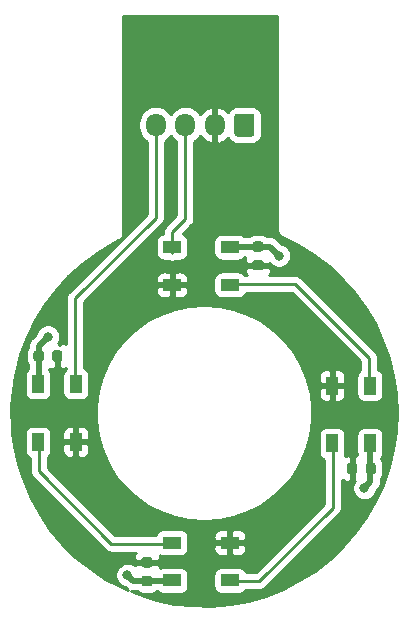
<source format=gbr>
%TF.GenerationSoftware,KiCad,Pcbnew,5.1.6-c6e7f7d~87~ubuntu18.04.1*%
%TF.CreationDate,2023-11-19T23:26:27+00:00*%
%TF.ProjectId,ws2812b_rgb_button,77733238-3132-4625-9f72-67625f627574,1.0*%
%TF.SameCoordinates,Original*%
%TF.FileFunction,Copper,L2,Bot*%
%TF.FilePolarity,Positive*%
%FSLAX46Y46*%
G04 Gerber Fmt 4.6, Leading zero omitted, Abs format (unit mm)*
G04 Created by KiCad (PCBNEW 5.1.6-c6e7f7d~87~ubuntu18.04.1) date 2023-11-19 23:26:27*
%MOMM*%
%LPD*%
G01*
G04 APERTURE LIST*
%TA.AperFunction,ComponentPad*%
%ADD10O,1.700000X1.950000*%
%TD*%
%TA.AperFunction,SMDPad,CuDef*%
%ADD11R,1.500000X1.000000*%
%TD*%
%TA.AperFunction,SMDPad,CuDef*%
%ADD12R,1.000000X1.500000*%
%TD*%
%TA.AperFunction,ViaPad*%
%ADD13C,0.800000*%
%TD*%
%TA.AperFunction,Conductor*%
%ADD14C,0.250000*%
%TD*%
%TA.AperFunction,Conductor*%
%ADD15C,0.500000*%
%TD*%
%TA.AperFunction,Conductor*%
%ADD16C,0.254000*%
%TD*%
G04 APERTURE END LIST*
D10*
%TO.P,J1,4*%
%TO.N,/DOUT*%
X96259000Y-75946000D03*
%TO.P,J1,3*%
%TO.N,/DIN*%
X98759000Y-75946000D03*
%TO.P,J1,2*%
%TO.N,GND*%
X101259000Y-75946000D03*
%TO.P,J1,1*%
%TO.N,/VDD*%
%TA.AperFunction,ComponentPad*%
G36*
G01*
X104609000Y-75221000D02*
X104609000Y-76671000D01*
G75*
G02*
X104359000Y-76921000I-250000J0D01*
G01*
X103159000Y-76921000D01*
G75*
G02*
X102909000Y-76671000I0J250000D01*
G01*
X102909000Y-75221000D01*
G75*
G02*
X103159000Y-74971000I250000J0D01*
G01*
X104359000Y-74971000D01*
G75*
G02*
X104609000Y-75221000I0J-250000D01*
G01*
G37*
%TD.AperFunction*%
%TD*%
D11*
%TO.P,D1,3*%
%TO.N,GND*%
X97626000Y-89484000D03*
%TO.P,D1,4*%
%TO.N,/DIN*%
X97626000Y-86284000D03*
%TO.P,D1,2*%
%TO.N,Net-(D1-Pad2)*%
X102526000Y-89484000D03*
%TO.P,D1,1*%
%TO.N,/VDD*%
X102526000Y-86284000D03*
%TD*%
D12*
%TO.P,D2,1*%
%TO.N,/VDD*%
X114376000Y-102907000D03*
%TO.P,D2,2*%
%TO.N,Net-(D2-Pad2)*%
X111176000Y-102907000D03*
%TO.P,D2,4*%
%TO.N,Net-(D1-Pad2)*%
X114376000Y-98007000D03*
%TO.P,D2,3*%
%TO.N,GND*%
X111176000Y-98007000D03*
%TD*%
D11*
%TO.P,D3,3*%
%TO.N,GND*%
X102526000Y-111303000D03*
%TO.P,D3,4*%
%TO.N,Net-(D2-Pad2)*%
X102526000Y-114503000D03*
%TO.P,D3,2*%
%TO.N,Net-(D3-Pad2)*%
X97626000Y-111303000D03*
%TO.P,D3,1*%
%TO.N,/VDD*%
X97626000Y-114503000D03*
%TD*%
D12*
%TO.P,D4,1*%
%TO.N,/VDD*%
X86284000Y-97880000D03*
%TO.P,D4,2*%
%TO.N,/DOUT*%
X89484000Y-97880000D03*
%TO.P,D4,4*%
%TO.N,Net-(D3-Pad2)*%
X86284000Y-102780000D03*
%TO.P,D4,3*%
%TO.N,GND*%
X89484000Y-102780000D03*
%TD*%
%TO.P,C1,1*%
%TO.N,/VDD*%
%TA.AperFunction,SMDPad,CuDef*%
G36*
G01*
X104645750Y-85795500D02*
X105158250Y-85795500D01*
G75*
G02*
X105377000Y-86014250I0J-218750D01*
G01*
X105377000Y-86451750D01*
G75*
G02*
X105158250Y-86670500I-218750J0D01*
G01*
X104645750Y-86670500D01*
G75*
G02*
X104427000Y-86451750I0J218750D01*
G01*
X104427000Y-86014250D01*
G75*
G02*
X104645750Y-85795500I218750J0D01*
G01*
G37*
%TD.AperFunction*%
%TO.P,C1,2*%
%TO.N,GND*%
%TA.AperFunction,SMDPad,CuDef*%
G36*
G01*
X104645750Y-87370500D02*
X105158250Y-87370500D01*
G75*
G02*
X105377000Y-87589250I0J-218750D01*
G01*
X105377000Y-88026750D01*
G75*
G02*
X105158250Y-88245500I-218750J0D01*
G01*
X104645750Y-88245500D01*
G75*
G02*
X104427000Y-88026750I0J218750D01*
G01*
X104427000Y-87589250D01*
G75*
G02*
X104645750Y-87370500I218750J0D01*
G01*
G37*
%TD.AperFunction*%
%TD*%
%TO.P,C2,2*%
%TO.N,GND*%
%TA.AperFunction,SMDPad,CuDef*%
G36*
G01*
X87472000Y-95760250D02*
X87472000Y-95247750D01*
G75*
G02*
X87690750Y-95029000I218750J0D01*
G01*
X88128250Y-95029000D01*
G75*
G02*
X88347000Y-95247750I0J-218750D01*
G01*
X88347000Y-95760250D01*
G75*
G02*
X88128250Y-95979000I-218750J0D01*
G01*
X87690750Y-95979000D01*
G75*
G02*
X87472000Y-95760250I0J218750D01*
G01*
G37*
%TD.AperFunction*%
%TO.P,C2,1*%
%TO.N,/VDD*%
%TA.AperFunction,SMDPad,CuDef*%
G36*
G01*
X85897000Y-95760250D02*
X85897000Y-95247750D01*
G75*
G02*
X86115750Y-95029000I218750J0D01*
G01*
X86553250Y-95029000D01*
G75*
G02*
X86772000Y-95247750I0J-218750D01*
G01*
X86772000Y-95760250D01*
G75*
G02*
X86553250Y-95979000I-218750J0D01*
G01*
X86115750Y-95979000D01*
G75*
G02*
X85897000Y-95760250I0J218750D01*
G01*
G37*
%TD.AperFunction*%
%TD*%
%TO.P,C3,1*%
%TO.N,/VDD*%
%TA.AperFunction,SMDPad,CuDef*%
G36*
G01*
X95760250Y-114991500D02*
X95247750Y-114991500D01*
G75*
G02*
X95029000Y-114772750I0J218750D01*
G01*
X95029000Y-114335250D01*
G75*
G02*
X95247750Y-114116500I218750J0D01*
G01*
X95760250Y-114116500D01*
G75*
G02*
X95979000Y-114335250I0J-218750D01*
G01*
X95979000Y-114772750D01*
G75*
G02*
X95760250Y-114991500I-218750J0D01*
G01*
G37*
%TD.AperFunction*%
%TO.P,C3,2*%
%TO.N,GND*%
%TA.AperFunction,SMDPad,CuDef*%
G36*
G01*
X95760250Y-113416500D02*
X95247750Y-113416500D01*
G75*
G02*
X95029000Y-113197750I0J218750D01*
G01*
X95029000Y-112760250D01*
G75*
G02*
X95247750Y-112541500I218750J0D01*
G01*
X95760250Y-112541500D01*
G75*
G02*
X95979000Y-112760250I0J-218750D01*
G01*
X95979000Y-113197750D01*
G75*
G02*
X95760250Y-113416500I-218750J0D01*
G01*
G37*
%TD.AperFunction*%
%TD*%
%TO.P,C4,2*%
%TO.N,GND*%
%TA.AperFunction,SMDPad,CuDef*%
G36*
G01*
X113315000Y-104772750D02*
X113315000Y-105285250D01*
G75*
G02*
X113096250Y-105504000I-218750J0D01*
G01*
X112658750Y-105504000D01*
G75*
G02*
X112440000Y-105285250I0J218750D01*
G01*
X112440000Y-104772750D01*
G75*
G02*
X112658750Y-104554000I218750J0D01*
G01*
X113096250Y-104554000D01*
G75*
G02*
X113315000Y-104772750I0J-218750D01*
G01*
G37*
%TD.AperFunction*%
%TO.P,C4,1*%
%TO.N,/VDD*%
%TA.AperFunction,SMDPad,CuDef*%
G36*
G01*
X114890000Y-104772750D02*
X114890000Y-105285250D01*
G75*
G02*
X114671250Y-105504000I-218750J0D01*
G01*
X114233750Y-105504000D01*
G75*
G02*
X114015000Y-105285250I0J218750D01*
G01*
X114015000Y-104772750D01*
G75*
G02*
X114233750Y-104554000I218750J0D01*
G01*
X114671250Y-104554000D01*
G75*
G02*
X114890000Y-104772750I0J-218750D01*
G01*
G37*
%TD.AperFunction*%
%TD*%
D13*
%TO.N,/VDD*%
X106680000Y-86995000D03*
X87122000Y-93853000D03*
X93853000Y-114046000D03*
X113919000Y-106680000D03*
%TD*%
D14*
%TO.N,/DIN*%
X98759000Y-83867000D02*
X98759000Y-75946000D01*
X97626000Y-86792000D02*
X97626000Y-85000000D01*
X97626000Y-85000000D02*
X98759000Y-83867000D01*
%TO.N,Net-(D1-Pad2)*%
X114300000Y-95631000D02*
X114300000Y-97917000D01*
X102362000Y-89408000D02*
X108077000Y-89408000D01*
X108077000Y-89408000D02*
X114300000Y-95631000D01*
D15*
%TO.N,/VDD*%
X86360000Y-97880000D02*
X86360000Y-95834400D01*
X114427000Y-102907000D02*
X114427000Y-105028800D01*
X102526000Y-86233000D02*
X104622400Y-86233000D01*
X97626000Y-114554000D02*
X95605600Y-114554000D01*
X94361000Y-114554000D02*
X93853000Y-114046000D01*
X95504000Y-114554000D02*
X94361000Y-114554000D01*
X113919000Y-106680000D02*
X114427000Y-106172000D01*
X114427000Y-105054500D02*
X114452500Y-105029000D01*
X114427000Y-106172000D02*
X114427000Y-105054500D01*
X105918000Y-86233000D02*
X106680000Y-86995000D01*
X104902000Y-86233000D02*
X105918000Y-86233000D01*
X86334500Y-94640500D02*
X87122000Y-93853000D01*
X86334500Y-95504000D02*
X86334500Y-94640500D01*
D14*
%TO.N,Net-(D2-Pad2)*%
X111252000Y-108331000D02*
X111252000Y-102870000D01*
X102526000Y-114554000D02*
X105029000Y-114554000D01*
X105029000Y-114554000D02*
X111252000Y-108331000D01*
%TO.N,Net-(D3-Pad2)*%
X86360000Y-105257600D02*
X86360000Y-102780000D01*
X97626000Y-111379000D02*
X92481400Y-111379000D01*
X92481400Y-111379000D02*
X86360000Y-105257600D01*
%TO.N,/DOUT*%
X96259000Y-83776200D02*
X96259000Y-75946000D01*
X89408000Y-97880000D02*
X89408000Y-90627200D01*
X89408000Y-90627200D02*
X96259000Y-83776200D01*
%TD*%
D16*
%TO.N,GND*%
G36*
X106520090Y-84822556D02*
G01*
X106529599Y-84919524D01*
X106567287Y-85043949D01*
X106628523Y-85158632D01*
X106710958Y-85259165D01*
X106811421Y-85341684D01*
X106926052Y-85403018D01*
X106934996Y-85405735D01*
X108314719Y-86094802D01*
X109642339Y-86925638D01*
X110884223Y-87879902D01*
X112028922Y-88948795D01*
X113065898Y-90122480D01*
X113985615Y-91390160D01*
X114779593Y-92740148D01*
X115440526Y-94160024D01*
X115962325Y-95636708D01*
X116340189Y-97156609D01*
X116570636Y-98705718D01*
X116651549Y-100269806D01*
X116582178Y-101834423D01*
X116363162Y-103385206D01*
X115996521Y-104907850D01*
X115485630Y-106388336D01*
X114835187Y-107813055D01*
X114051189Y-109168867D01*
X113140854Y-110443288D01*
X112112562Y-111624592D01*
X110975772Y-112701907D01*
X109740974Y-113665297D01*
X108419514Y-114505908D01*
X107023573Y-115215989D01*
X105565988Y-115789011D01*
X104060211Y-116219686D01*
X102520077Y-116504058D01*
X100959782Y-116639505D01*
X99393682Y-116624781D01*
X97836202Y-116460020D01*
X96301699Y-116146744D01*
X94804273Y-115687829D01*
X94136686Y-115410778D01*
X94187510Y-115426195D01*
X94317523Y-115439000D01*
X94317533Y-115439000D01*
X94360999Y-115443281D01*
X94404465Y-115439000D01*
X94715465Y-115439000D01*
X94771725Y-115485171D01*
X94919858Y-115564350D01*
X95080592Y-115613108D01*
X95247750Y-115629572D01*
X95760250Y-115629572D01*
X95927408Y-115613108D01*
X96088142Y-115564350D01*
X96236275Y-115485171D01*
X96292535Y-115439000D01*
X96412353Y-115439000D01*
X96424815Y-115454185D01*
X96521506Y-115533537D01*
X96631820Y-115592502D01*
X96751518Y-115628812D01*
X96876000Y-115641072D01*
X98376000Y-115641072D01*
X98500482Y-115628812D01*
X98620180Y-115592502D01*
X98730494Y-115533537D01*
X98827185Y-115454185D01*
X98906537Y-115357494D01*
X98965502Y-115247180D01*
X99001812Y-115127482D01*
X99014072Y-115003000D01*
X99014072Y-114003000D01*
X101137928Y-114003000D01*
X101137928Y-115003000D01*
X101150188Y-115127482D01*
X101186498Y-115247180D01*
X101245463Y-115357494D01*
X101324815Y-115454185D01*
X101421506Y-115533537D01*
X101531820Y-115592502D01*
X101651518Y-115628812D01*
X101776000Y-115641072D01*
X103276000Y-115641072D01*
X103400482Y-115628812D01*
X103520180Y-115592502D01*
X103630494Y-115533537D01*
X103727185Y-115454185D01*
X103806537Y-115357494D01*
X103829785Y-115314000D01*
X104991678Y-115314000D01*
X105029000Y-115317676D01*
X105066322Y-115314000D01*
X105066333Y-115314000D01*
X105177986Y-115303003D01*
X105321247Y-115259546D01*
X105453276Y-115188974D01*
X105569001Y-115094001D01*
X105592804Y-115064997D01*
X111763004Y-108894798D01*
X111792001Y-108871001D01*
X111831145Y-108823304D01*
X111886974Y-108755277D01*
X111957546Y-108623247D01*
X111965088Y-108598385D01*
X112001003Y-108479986D01*
X112012000Y-108368333D01*
X112012000Y-108368323D01*
X112015676Y-108331000D01*
X112012000Y-108293678D01*
X112012000Y-106578061D01*
X112884000Y-106578061D01*
X112884000Y-106781939D01*
X112923774Y-106981898D01*
X113001795Y-107170256D01*
X113115063Y-107339774D01*
X113259226Y-107483937D01*
X113428744Y-107597205D01*
X113617102Y-107675226D01*
X113817061Y-107715000D01*
X114020939Y-107715000D01*
X114220898Y-107675226D01*
X114409256Y-107597205D01*
X114578774Y-107483937D01*
X114722937Y-107339774D01*
X114836205Y-107170256D01*
X114914226Y-106981898D01*
X114925535Y-106925043D01*
X115022045Y-106828533D01*
X115055817Y-106800817D01*
X115166411Y-106666059D01*
X115248589Y-106512313D01*
X115299195Y-106345490D01*
X115312000Y-106215477D01*
X115312000Y-106215467D01*
X115316281Y-106172001D01*
X115312000Y-106128535D01*
X115312000Y-105848607D01*
X115383671Y-105761275D01*
X115462850Y-105613142D01*
X115511608Y-105452408D01*
X115528072Y-105285250D01*
X115528072Y-104772750D01*
X115511608Y-104605592D01*
X115462850Y-104444858D01*
X115383671Y-104296725D01*
X115312000Y-104209393D01*
X115312000Y-104120647D01*
X115327185Y-104108185D01*
X115406537Y-104011494D01*
X115465502Y-103901180D01*
X115501812Y-103781482D01*
X115514072Y-103657000D01*
X115514072Y-102157000D01*
X115501812Y-102032518D01*
X115465502Y-101912820D01*
X115406537Y-101802506D01*
X115327185Y-101705815D01*
X115230494Y-101626463D01*
X115120180Y-101567498D01*
X115000482Y-101531188D01*
X114876000Y-101518928D01*
X113876000Y-101518928D01*
X113751518Y-101531188D01*
X113631820Y-101567498D01*
X113521506Y-101626463D01*
X113424815Y-101705815D01*
X113345463Y-101802506D01*
X113286498Y-101912820D01*
X113250188Y-102032518D01*
X113237928Y-102157000D01*
X113237928Y-103657000D01*
X113250188Y-103781482D01*
X113286498Y-103901180D01*
X113294602Y-103916341D01*
X113163250Y-103919000D01*
X113004500Y-104077750D01*
X113004500Y-104902000D01*
X113024500Y-104902000D01*
X113024500Y-105156000D01*
X113004500Y-105156000D01*
X113004500Y-105980250D01*
X113086790Y-106062540D01*
X113001795Y-106189744D01*
X112923774Y-106378102D01*
X112884000Y-106578061D01*
X112012000Y-106578061D01*
X112012000Y-105974212D01*
X112085506Y-106034537D01*
X112195820Y-106093502D01*
X112315518Y-106129812D01*
X112440000Y-106142072D01*
X112591750Y-106139000D01*
X112750500Y-105980250D01*
X112750500Y-105156000D01*
X112730500Y-105156000D01*
X112730500Y-104902000D01*
X112750500Y-104902000D01*
X112750500Y-104077750D01*
X112591750Y-103919000D01*
X112440000Y-103915928D01*
X112315518Y-103928188D01*
X112238593Y-103951523D01*
X112265502Y-103901180D01*
X112301812Y-103781482D01*
X112314072Y-103657000D01*
X112314072Y-102157000D01*
X112301812Y-102032518D01*
X112265502Y-101912820D01*
X112206537Y-101802506D01*
X112127185Y-101705815D01*
X112030494Y-101626463D01*
X111920180Y-101567498D01*
X111800482Y-101531188D01*
X111676000Y-101518928D01*
X110676000Y-101518928D01*
X110551518Y-101531188D01*
X110431820Y-101567498D01*
X110321506Y-101626463D01*
X110224815Y-101705815D01*
X110145463Y-101802506D01*
X110086498Y-101912820D01*
X110050188Y-102032518D01*
X110037928Y-102157000D01*
X110037928Y-103657000D01*
X110050188Y-103781482D01*
X110086498Y-103901180D01*
X110145463Y-104011494D01*
X110224815Y-104108185D01*
X110321506Y-104187537D01*
X110431820Y-104246502D01*
X110492001Y-104264758D01*
X110492000Y-108016198D01*
X104714199Y-113794000D01*
X103876174Y-113794000D01*
X103865502Y-113758820D01*
X103806537Y-113648506D01*
X103727185Y-113551815D01*
X103630494Y-113472463D01*
X103520180Y-113413498D01*
X103400482Y-113377188D01*
X103276000Y-113364928D01*
X101776000Y-113364928D01*
X101651518Y-113377188D01*
X101531820Y-113413498D01*
X101421506Y-113472463D01*
X101324815Y-113551815D01*
X101245463Y-113648506D01*
X101186498Y-113758820D01*
X101150188Y-113878518D01*
X101137928Y-114003000D01*
X99014072Y-114003000D01*
X99001812Y-113878518D01*
X98965502Y-113758820D01*
X98906537Y-113648506D01*
X98827185Y-113551815D01*
X98730494Y-113472463D01*
X98620180Y-113413498D01*
X98500482Y-113377188D01*
X98376000Y-113364928D01*
X96876000Y-113364928D01*
X96751518Y-113377188D01*
X96631820Y-113413498D01*
X96616565Y-113421652D01*
X96617072Y-113416500D01*
X96614000Y-113264750D01*
X96455250Y-113106000D01*
X95631000Y-113106000D01*
X95631000Y-113126000D01*
X95377000Y-113126000D01*
X95377000Y-113106000D01*
X94552750Y-113106000D01*
X94455174Y-113203576D01*
X94343256Y-113128795D01*
X94154898Y-113050774D01*
X93954939Y-113011000D01*
X93751061Y-113011000D01*
X93551102Y-113050774D01*
X93362744Y-113128795D01*
X93193226Y-113242063D01*
X93049063Y-113386226D01*
X92935795Y-113555744D01*
X92857774Y-113744102D01*
X92818000Y-113944061D01*
X92818000Y-114147939D01*
X92857774Y-114347898D01*
X92935795Y-114536256D01*
X93049063Y-114705774D01*
X93193226Y-114849937D01*
X93362744Y-114963205D01*
X93551102Y-115041226D01*
X93607957Y-115052535D01*
X93704466Y-115149044D01*
X93732183Y-115182817D01*
X93866941Y-115293411D01*
X93912306Y-115317659D01*
X93357730Y-115087508D01*
X91975390Y-114351308D01*
X90669964Y-113485997D01*
X89453489Y-112499555D01*
X88337162Y-111401062D01*
X87331259Y-110200628D01*
X86445051Y-108909321D01*
X85686678Y-107539001D01*
X85063142Y-106102316D01*
X84580177Y-104612480D01*
X84242228Y-103083209D01*
X84113632Y-102030000D01*
X85145928Y-102030000D01*
X85145928Y-103530000D01*
X85158188Y-103654482D01*
X85194498Y-103774180D01*
X85253463Y-103884494D01*
X85332815Y-103981185D01*
X85429506Y-104060537D01*
X85539820Y-104119502D01*
X85600000Y-104137758D01*
X85600000Y-105220277D01*
X85596324Y-105257600D01*
X85600000Y-105294922D01*
X85600000Y-105294932D01*
X85610997Y-105406585D01*
X85652433Y-105543184D01*
X85654454Y-105549846D01*
X85725026Y-105681876D01*
X85761575Y-105726410D01*
X85819999Y-105797601D01*
X85849003Y-105821404D01*
X91917601Y-111890003D01*
X91941399Y-111919001D01*
X91970397Y-111942799D01*
X92057123Y-112013974D01*
X92153053Y-112065250D01*
X92189153Y-112084546D01*
X92332414Y-112128003D01*
X92444067Y-112139000D01*
X92444077Y-112139000D01*
X92481400Y-112142676D01*
X92518723Y-112139000D01*
X94537860Y-112139000D01*
X94498463Y-112187006D01*
X94439498Y-112297320D01*
X94403188Y-112417018D01*
X94390928Y-112541500D01*
X94394000Y-112693250D01*
X94552750Y-112852000D01*
X95377000Y-112852000D01*
X95377000Y-112832000D01*
X95631000Y-112832000D01*
X95631000Y-112852000D01*
X96455250Y-112852000D01*
X96614000Y-112693250D01*
X96617072Y-112541500D01*
X96604812Y-112417018D01*
X96590709Y-112370528D01*
X96631820Y-112392502D01*
X96751518Y-112428812D01*
X96876000Y-112441072D01*
X98376000Y-112441072D01*
X98500482Y-112428812D01*
X98620180Y-112392502D01*
X98730494Y-112333537D01*
X98827185Y-112254185D01*
X98906537Y-112157494D01*
X98965502Y-112047180D01*
X99001812Y-111927482D01*
X99014072Y-111803000D01*
X101137928Y-111803000D01*
X101150188Y-111927482D01*
X101186498Y-112047180D01*
X101245463Y-112157494D01*
X101324815Y-112254185D01*
X101421506Y-112333537D01*
X101531820Y-112392502D01*
X101651518Y-112428812D01*
X101776000Y-112441072D01*
X102240250Y-112438000D01*
X102399000Y-112279250D01*
X102399000Y-111430000D01*
X102653000Y-111430000D01*
X102653000Y-112279250D01*
X102811750Y-112438000D01*
X103276000Y-112441072D01*
X103400482Y-112428812D01*
X103520180Y-112392502D01*
X103630494Y-112333537D01*
X103727185Y-112254185D01*
X103806537Y-112157494D01*
X103865502Y-112047180D01*
X103901812Y-111927482D01*
X103914072Y-111803000D01*
X103911000Y-111588750D01*
X103752250Y-111430000D01*
X102653000Y-111430000D01*
X102399000Y-111430000D01*
X101299750Y-111430000D01*
X101141000Y-111588750D01*
X101137928Y-111803000D01*
X99014072Y-111803000D01*
X99014072Y-110803000D01*
X101137928Y-110803000D01*
X101141000Y-111017250D01*
X101299750Y-111176000D01*
X102399000Y-111176000D01*
X102399000Y-110326750D01*
X102653000Y-110326750D01*
X102653000Y-111176000D01*
X103752250Y-111176000D01*
X103911000Y-111017250D01*
X103914072Y-110803000D01*
X103901812Y-110678518D01*
X103865502Y-110558820D01*
X103806537Y-110448506D01*
X103727185Y-110351815D01*
X103630494Y-110272463D01*
X103520180Y-110213498D01*
X103400482Y-110177188D01*
X103276000Y-110164928D01*
X102811750Y-110168000D01*
X102653000Y-110326750D01*
X102399000Y-110326750D01*
X102240250Y-110168000D01*
X101776000Y-110164928D01*
X101651518Y-110177188D01*
X101531820Y-110213498D01*
X101421506Y-110272463D01*
X101324815Y-110351815D01*
X101245463Y-110448506D01*
X101186498Y-110558820D01*
X101150188Y-110678518D01*
X101137928Y-110803000D01*
X99014072Y-110803000D01*
X99001812Y-110678518D01*
X98965502Y-110558820D01*
X98906537Y-110448506D01*
X98827185Y-110351815D01*
X98730494Y-110272463D01*
X98620180Y-110213498D01*
X98500482Y-110177188D01*
X98376000Y-110164928D01*
X96876000Y-110164928D01*
X96751518Y-110177188D01*
X96631820Y-110213498D01*
X96521506Y-110272463D01*
X96424815Y-110351815D01*
X96345463Y-110448506D01*
X96286498Y-110558820D01*
X96268243Y-110619000D01*
X92796202Y-110619000D01*
X87120000Y-104942799D01*
X87120000Y-104070422D01*
X87138494Y-104060537D01*
X87235185Y-103981185D01*
X87314537Y-103884494D01*
X87373502Y-103774180D01*
X87409812Y-103654482D01*
X87422072Y-103530000D01*
X88345928Y-103530000D01*
X88358188Y-103654482D01*
X88394498Y-103774180D01*
X88453463Y-103884494D01*
X88532815Y-103981185D01*
X88629506Y-104060537D01*
X88739820Y-104119502D01*
X88859518Y-104155812D01*
X88984000Y-104168072D01*
X89198250Y-104165000D01*
X89357000Y-104006250D01*
X89357000Y-102907000D01*
X89611000Y-102907000D01*
X89611000Y-104006250D01*
X89769750Y-104165000D01*
X89984000Y-104168072D01*
X90108482Y-104155812D01*
X90228180Y-104119502D01*
X90338494Y-104060537D01*
X90435185Y-103981185D01*
X90514537Y-103884494D01*
X90573502Y-103774180D01*
X90609812Y-103654482D01*
X90622072Y-103530000D01*
X90619000Y-103065750D01*
X90460250Y-102907000D01*
X89611000Y-102907000D01*
X89357000Y-102907000D01*
X88507750Y-102907000D01*
X88349000Y-103065750D01*
X88345928Y-103530000D01*
X87422072Y-103530000D01*
X87422072Y-102030000D01*
X88345928Y-102030000D01*
X88349000Y-102494250D01*
X88507750Y-102653000D01*
X89357000Y-102653000D01*
X89357000Y-101553750D01*
X89611000Y-101553750D01*
X89611000Y-102653000D01*
X90460250Y-102653000D01*
X90619000Y-102494250D01*
X90622072Y-102030000D01*
X90609812Y-101905518D01*
X90573502Y-101785820D01*
X90514537Y-101675506D01*
X90435185Y-101578815D01*
X90338494Y-101499463D01*
X90228180Y-101440498D01*
X90108482Y-101404188D01*
X89984000Y-101391928D01*
X89769750Y-101395000D01*
X89611000Y-101553750D01*
X89357000Y-101553750D01*
X89198250Y-101395000D01*
X88984000Y-101391928D01*
X88859518Y-101404188D01*
X88739820Y-101440498D01*
X88629506Y-101499463D01*
X88532815Y-101578815D01*
X88453463Y-101675506D01*
X88394498Y-101785820D01*
X88358188Y-101905518D01*
X88345928Y-102030000D01*
X87422072Y-102030000D01*
X87409812Y-101905518D01*
X87373502Y-101785820D01*
X87314537Y-101675506D01*
X87235185Y-101578815D01*
X87138494Y-101499463D01*
X87028180Y-101440498D01*
X86908482Y-101404188D01*
X86784000Y-101391928D01*
X85784000Y-101391928D01*
X85659518Y-101404188D01*
X85539820Y-101440498D01*
X85429506Y-101499463D01*
X85332815Y-101578815D01*
X85253463Y-101675506D01*
X85194498Y-101785820D01*
X85158188Y-101905518D01*
X85145928Y-102030000D01*
X84113632Y-102030000D01*
X84052408Y-101528580D01*
X84012469Y-99962936D01*
X84030783Y-99703535D01*
X91171401Y-99703535D01*
X91171401Y-100956465D01*
X91342008Y-102197726D01*
X91680045Y-103404195D01*
X92179214Y-104553397D01*
X92830216Y-105623925D01*
X93620926Y-106595838D01*
X94536613Y-107451030D01*
X95560219Y-108173570D01*
X96672678Y-108750000D01*
X97853266Y-109169581D01*
X99079990Y-109424497D01*
X100330000Y-109510000D01*
X101580010Y-109424497D01*
X102806734Y-109169581D01*
X103987322Y-108750000D01*
X105099781Y-108173570D01*
X106123387Y-107451030D01*
X107039074Y-106595838D01*
X107829784Y-105623925D01*
X108480786Y-104553397D01*
X108979955Y-103404195D01*
X109317992Y-102197726D01*
X109488599Y-100956465D01*
X109488599Y-99703535D01*
X109358502Y-98757000D01*
X110037928Y-98757000D01*
X110050188Y-98881482D01*
X110086498Y-99001180D01*
X110145463Y-99111494D01*
X110224815Y-99208185D01*
X110321506Y-99287537D01*
X110431820Y-99346502D01*
X110551518Y-99382812D01*
X110676000Y-99395072D01*
X110890250Y-99392000D01*
X111049000Y-99233250D01*
X111049000Y-98134000D01*
X111303000Y-98134000D01*
X111303000Y-99233250D01*
X111461750Y-99392000D01*
X111676000Y-99395072D01*
X111800482Y-99382812D01*
X111920180Y-99346502D01*
X112030494Y-99287537D01*
X112127185Y-99208185D01*
X112206537Y-99111494D01*
X112265502Y-99001180D01*
X112301812Y-98881482D01*
X112314072Y-98757000D01*
X112311000Y-98292750D01*
X112152250Y-98134000D01*
X111303000Y-98134000D01*
X111049000Y-98134000D01*
X110199750Y-98134000D01*
X110041000Y-98292750D01*
X110037928Y-98757000D01*
X109358502Y-98757000D01*
X109317992Y-98462274D01*
X108980290Y-97257000D01*
X110037928Y-97257000D01*
X110041000Y-97721250D01*
X110199750Y-97880000D01*
X111049000Y-97880000D01*
X111049000Y-96780750D01*
X111303000Y-96780750D01*
X111303000Y-97880000D01*
X112152250Y-97880000D01*
X112311000Y-97721250D01*
X112314072Y-97257000D01*
X112301812Y-97132518D01*
X112265502Y-97012820D01*
X112206537Y-96902506D01*
X112127185Y-96805815D01*
X112030494Y-96726463D01*
X111920180Y-96667498D01*
X111800482Y-96631188D01*
X111676000Y-96618928D01*
X111461750Y-96622000D01*
X111303000Y-96780750D01*
X111049000Y-96780750D01*
X110890250Y-96622000D01*
X110676000Y-96618928D01*
X110551518Y-96631188D01*
X110431820Y-96667498D01*
X110321506Y-96726463D01*
X110224815Y-96805815D01*
X110145463Y-96902506D01*
X110086498Y-97012820D01*
X110050188Y-97132518D01*
X110037928Y-97257000D01*
X108980290Y-97257000D01*
X108979955Y-97255805D01*
X108480786Y-96106603D01*
X107829784Y-95036075D01*
X107039074Y-94064162D01*
X106123387Y-93208970D01*
X105099781Y-92486430D01*
X103987322Y-91910000D01*
X102806734Y-91490419D01*
X101580010Y-91235503D01*
X100330000Y-91150000D01*
X99079990Y-91235503D01*
X97853266Y-91490419D01*
X96672678Y-91910000D01*
X95560219Y-92486430D01*
X94536613Y-93208970D01*
X93620926Y-94064162D01*
X92830216Y-95036075D01*
X92179214Y-96106603D01*
X91680045Y-97255805D01*
X91342008Y-98462274D01*
X91171401Y-99703535D01*
X84030783Y-99703535D01*
X84122773Y-98400659D01*
X84336289Y-97130000D01*
X85145928Y-97130000D01*
X85145928Y-98630000D01*
X85158188Y-98754482D01*
X85194498Y-98874180D01*
X85253463Y-98984494D01*
X85332815Y-99081185D01*
X85429506Y-99160537D01*
X85539820Y-99219502D01*
X85659518Y-99255812D01*
X85784000Y-99268072D01*
X86784000Y-99268072D01*
X86908482Y-99255812D01*
X87028180Y-99219502D01*
X87138494Y-99160537D01*
X87235185Y-99081185D01*
X87314537Y-98984494D01*
X87373502Y-98874180D01*
X87409812Y-98754482D01*
X87422072Y-98630000D01*
X87422072Y-97130000D01*
X87409812Y-97005518D01*
X87373502Y-96885820D01*
X87314537Y-96775506D01*
X87245000Y-96690775D01*
X87245000Y-96573713D01*
X87347518Y-96604812D01*
X87472000Y-96617072D01*
X87623750Y-96614000D01*
X87782500Y-96455250D01*
X87782500Y-95631000D01*
X87762500Y-95631000D01*
X87762500Y-95377000D01*
X87782500Y-95377000D01*
X87782500Y-95357000D01*
X88036500Y-95357000D01*
X88036500Y-95377000D01*
X88056500Y-95377000D01*
X88056500Y-95631000D01*
X88036500Y-95631000D01*
X88036500Y-96455250D01*
X88195250Y-96614000D01*
X88347000Y-96617072D01*
X88471482Y-96604812D01*
X88591180Y-96568502D01*
X88648000Y-96538130D01*
X88648000Y-96589577D01*
X88629506Y-96599463D01*
X88532815Y-96678815D01*
X88453463Y-96775506D01*
X88394498Y-96885820D01*
X88358188Y-97005518D01*
X88345928Y-97130000D01*
X88345928Y-98630000D01*
X88358188Y-98754482D01*
X88394498Y-98874180D01*
X88453463Y-98984494D01*
X88532815Y-99081185D01*
X88629506Y-99160537D01*
X88739820Y-99219502D01*
X88859518Y-99255812D01*
X88984000Y-99268072D01*
X89984000Y-99268072D01*
X90108482Y-99255812D01*
X90228180Y-99219502D01*
X90338494Y-99160537D01*
X90435185Y-99081185D01*
X90514537Y-98984494D01*
X90573502Y-98874180D01*
X90609812Y-98754482D01*
X90622072Y-98630000D01*
X90622072Y-97130000D01*
X90609812Y-97005518D01*
X90573502Y-96885820D01*
X90514537Y-96775506D01*
X90435185Y-96678815D01*
X90338494Y-96599463D01*
X90228180Y-96540498D01*
X90168000Y-96522243D01*
X90168000Y-90942001D01*
X91126001Y-89984000D01*
X96237928Y-89984000D01*
X96250188Y-90108482D01*
X96286498Y-90228180D01*
X96345463Y-90338494D01*
X96424815Y-90435185D01*
X96521506Y-90514537D01*
X96631820Y-90573502D01*
X96751518Y-90609812D01*
X96876000Y-90622072D01*
X97340250Y-90619000D01*
X97499000Y-90460250D01*
X97499000Y-89611000D01*
X97753000Y-89611000D01*
X97753000Y-90460250D01*
X97911750Y-90619000D01*
X98376000Y-90622072D01*
X98500482Y-90609812D01*
X98620180Y-90573502D01*
X98730494Y-90514537D01*
X98827185Y-90435185D01*
X98906537Y-90338494D01*
X98965502Y-90228180D01*
X99001812Y-90108482D01*
X99014072Y-89984000D01*
X99011000Y-89769750D01*
X98852250Y-89611000D01*
X97753000Y-89611000D01*
X97499000Y-89611000D01*
X96399750Y-89611000D01*
X96241000Y-89769750D01*
X96237928Y-89984000D01*
X91126001Y-89984000D01*
X92126001Y-88984000D01*
X96237928Y-88984000D01*
X96241000Y-89198250D01*
X96399750Y-89357000D01*
X97499000Y-89357000D01*
X97499000Y-88507750D01*
X97753000Y-88507750D01*
X97753000Y-89357000D01*
X98852250Y-89357000D01*
X99011000Y-89198250D01*
X99014072Y-88984000D01*
X101137928Y-88984000D01*
X101137928Y-89984000D01*
X101150188Y-90108482D01*
X101186498Y-90228180D01*
X101245463Y-90338494D01*
X101324815Y-90435185D01*
X101421506Y-90514537D01*
X101531820Y-90573502D01*
X101651518Y-90609812D01*
X101776000Y-90622072D01*
X103276000Y-90622072D01*
X103400482Y-90609812D01*
X103520180Y-90573502D01*
X103630494Y-90514537D01*
X103727185Y-90435185D01*
X103806537Y-90338494D01*
X103865502Y-90228180D01*
X103883757Y-90168000D01*
X107762199Y-90168000D01*
X113540000Y-95945802D01*
X113540000Y-96716577D01*
X113521506Y-96726463D01*
X113424815Y-96805815D01*
X113345463Y-96902506D01*
X113286498Y-97012820D01*
X113250188Y-97132518D01*
X113237928Y-97257000D01*
X113237928Y-98757000D01*
X113250188Y-98881482D01*
X113286498Y-99001180D01*
X113345463Y-99111494D01*
X113424815Y-99208185D01*
X113521506Y-99287537D01*
X113631820Y-99346502D01*
X113751518Y-99382812D01*
X113876000Y-99395072D01*
X114876000Y-99395072D01*
X115000482Y-99382812D01*
X115120180Y-99346502D01*
X115230494Y-99287537D01*
X115327185Y-99208185D01*
X115406537Y-99111494D01*
X115465502Y-99001180D01*
X115501812Y-98881482D01*
X115514072Y-98757000D01*
X115514072Y-97257000D01*
X115501812Y-97132518D01*
X115465502Y-97012820D01*
X115406537Y-96902506D01*
X115327185Y-96805815D01*
X115230494Y-96726463D01*
X115120180Y-96667498D01*
X115060000Y-96649243D01*
X115060000Y-95668322D01*
X115063676Y-95631000D01*
X115060000Y-95593677D01*
X115060000Y-95593667D01*
X115049003Y-95482014D01*
X115005546Y-95338753D01*
X114989668Y-95309048D01*
X114934974Y-95206723D01*
X114863799Y-95119997D01*
X114840001Y-95090999D01*
X114811004Y-95067202D01*
X108640804Y-88897003D01*
X108617001Y-88867999D01*
X108501276Y-88773026D01*
X108369247Y-88702454D01*
X108225986Y-88658997D01*
X108114333Y-88648000D01*
X108114322Y-88648000D01*
X108077000Y-88644324D01*
X108039678Y-88648000D01*
X105868140Y-88648000D01*
X105907537Y-88599994D01*
X105966502Y-88489680D01*
X106002812Y-88369982D01*
X106015072Y-88245500D01*
X106012000Y-88093750D01*
X105853250Y-87935000D01*
X105029000Y-87935000D01*
X105029000Y-87955000D01*
X104775000Y-87955000D01*
X104775000Y-87935000D01*
X103950750Y-87935000D01*
X103792000Y-88093750D01*
X103788928Y-88245500D01*
X103801188Y-88369982D01*
X103837498Y-88489680D01*
X103896463Y-88599994D01*
X103935860Y-88648000D01*
X103816422Y-88648000D01*
X103806537Y-88629506D01*
X103727185Y-88532815D01*
X103630494Y-88453463D01*
X103520180Y-88394498D01*
X103400482Y-88358188D01*
X103276000Y-88345928D01*
X101776000Y-88345928D01*
X101651518Y-88358188D01*
X101531820Y-88394498D01*
X101421506Y-88453463D01*
X101324815Y-88532815D01*
X101245463Y-88629506D01*
X101186498Y-88739820D01*
X101150188Y-88859518D01*
X101137928Y-88984000D01*
X99014072Y-88984000D01*
X99001812Y-88859518D01*
X98965502Y-88739820D01*
X98906537Y-88629506D01*
X98827185Y-88532815D01*
X98730494Y-88453463D01*
X98620180Y-88394498D01*
X98500482Y-88358188D01*
X98376000Y-88345928D01*
X97911750Y-88349000D01*
X97753000Y-88507750D01*
X97499000Y-88507750D01*
X97340250Y-88349000D01*
X96876000Y-88345928D01*
X96751518Y-88358188D01*
X96631820Y-88394498D01*
X96521506Y-88453463D01*
X96424815Y-88532815D01*
X96345463Y-88629506D01*
X96286498Y-88739820D01*
X96250188Y-88859518D01*
X96237928Y-88984000D01*
X92126001Y-88984000D01*
X96770004Y-84339998D01*
X96799001Y-84316201D01*
X96859075Y-84243001D01*
X96893974Y-84200477D01*
X96964546Y-84068447D01*
X96964546Y-84068446D01*
X97008003Y-83925186D01*
X97019000Y-83813533D01*
X97019000Y-83813524D01*
X97022676Y-83776201D01*
X97019000Y-83738878D01*
X97019000Y-77348594D01*
X97088013Y-77311706D01*
X97314134Y-77126134D01*
X97499706Y-76900014D01*
X97509000Y-76882626D01*
X97518294Y-76900013D01*
X97703866Y-77126134D01*
X97929986Y-77311706D01*
X97999001Y-77348595D01*
X97999000Y-83552198D01*
X97114998Y-84436201D01*
X97086000Y-84459999D01*
X97062202Y-84488997D01*
X97062201Y-84488998D01*
X96991026Y-84575724D01*
X96920454Y-84707754D01*
X96890180Y-84807558D01*
X96885631Y-84822556D01*
X96876998Y-84851015D01*
X96862324Y-85000000D01*
X96866001Y-85037332D01*
X96866001Y-85146913D01*
X96751518Y-85158188D01*
X96631820Y-85194498D01*
X96521506Y-85253463D01*
X96424815Y-85332815D01*
X96345463Y-85429506D01*
X96286498Y-85539820D01*
X96250188Y-85659518D01*
X96237928Y-85784000D01*
X96237928Y-86784000D01*
X96250188Y-86908482D01*
X96286498Y-87028180D01*
X96345463Y-87138494D01*
X96424815Y-87235185D01*
X96521506Y-87314537D01*
X96631820Y-87373502D01*
X96751518Y-87409812D01*
X96876000Y-87422072D01*
X97195751Y-87422072D01*
X97201724Y-87426974D01*
X97333753Y-87497546D01*
X97477014Y-87541003D01*
X97626000Y-87555677D01*
X97774985Y-87541003D01*
X97918246Y-87497546D01*
X98050275Y-87426974D01*
X98056248Y-87422072D01*
X98376000Y-87422072D01*
X98500482Y-87409812D01*
X98620180Y-87373502D01*
X98730494Y-87314537D01*
X98827185Y-87235185D01*
X98906537Y-87138494D01*
X98965502Y-87028180D01*
X99001812Y-86908482D01*
X99014072Y-86784000D01*
X99014072Y-85784000D01*
X101137928Y-85784000D01*
X101137928Y-86784000D01*
X101150188Y-86908482D01*
X101186498Y-87028180D01*
X101245463Y-87138494D01*
X101324815Y-87235185D01*
X101421506Y-87314537D01*
X101531820Y-87373502D01*
X101651518Y-87409812D01*
X101776000Y-87422072D01*
X103276000Y-87422072D01*
X103400482Y-87409812D01*
X103520180Y-87373502D01*
X103630494Y-87314537D01*
X103727185Y-87235185D01*
X103806537Y-87138494D01*
X103817491Y-87118000D01*
X103841945Y-87118000D01*
X103837498Y-87126320D01*
X103801188Y-87246018D01*
X103788928Y-87370500D01*
X103792000Y-87522250D01*
X103950750Y-87681000D01*
X104775000Y-87681000D01*
X104775000Y-87661000D01*
X105029000Y-87661000D01*
X105029000Y-87681000D01*
X105853250Y-87681000D01*
X105877770Y-87656481D01*
X106020226Y-87798937D01*
X106189744Y-87912205D01*
X106378102Y-87990226D01*
X106578061Y-88030000D01*
X106781939Y-88030000D01*
X106981898Y-87990226D01*
X107170256Y-87912205D01*
X107339774Y-87798937D01*
X107483937Y-87654774D01*
X107597205Y-87485256D01*
X107675226Y-87296898D01*
X107715000Y-87096939D01*
X107715000Y-86893061D01*
X107675226Y-86693102D01*
X107597205Y-86504744D01*
X107483937Y-86335226D01*
X107339774Y-86191063D01*
X107170256Y-86077795D01*
X106981898Y-85999774D01*
X106925044Y-85988465D01*
X106574534Y-85637956D01*
X106546817Y-85604183D01*
X106412059Y-85493589D01*
X106258313Y-85411411D01*
X106091490Y-85360805D01*
X105961477Y-85348000D01*
X105961469Y-85348000D01*
X105918000Y-85343719D01*
X105874531Y-85348000D01*
X105690535Y-85348000D01*
X105634275Y-85301829D01*
X105486142Y-85222650D01*
X105325408Y-85173892D01*
X105158250Y-85157428D01*
X104645750Y-85157428D01*
X104478592Y-85173892D01*
X104317858Y-85222650D01*
X104169725Y-85301829D01*
X104113465Y-85348000D01*
X103739647Y-85348000D01*
X103727185Y-85332815D01*
X103630494Y-85253463D01*
X103520180Y-85194498D01*
X103400482Y-85158188D01*
X103276000Y-85145928D01*
X101776000Y-85145928D01*
X101651518Y-85158188D01*
X101531820Y-85194498D01*
X101421506Y-85253463D01*
X101324815Y-85332815D01*
X101245463Y-85429506D01*
X101186498Y-85539820D01*
X101150188Y-85659518D01*
X101137928Y-85784000D01*
X99014072Y-85784000D01*
X99001812Y-85659518D01*
X98965502Y-85539820D01*
X98906537Y-85429506D01*
X98827185Y-85332815D01*
X98730494Y-85253463D01*
X98620180Y-85194498D01*
X98532807Y-85167994D01*
X99270004Y-84430798D01*
X99299001Y-84407001D01*
X99333449Y-84365026D01*
X99393974Y-84291277D01*
X99464546Y-84159247D01*
X99492089Y-84068447D01*
X99508003Y-84015986D01*
X99519000Y-83904333D01*
X99519000Y-83904323D01*
X99522676Y-83867000D01*
X99519000Y-83829677D01*
X99519000Y-77348594D01*
X99588013Y-77311706D01*
X99814134Y-77126134D01*
X99999706Y-76900014D01*
X100013462Y-76874278D01*
X100169951Y-77080429D01*
X100387807Y-77273496D01*
X100639142Y-77420352D01*
X100902110Y-77512476D01*
X101132000Y-77391155D01*
X101132000Y-76073000D01*
X101112000Y-76073000D01*
X101112000Y-75819000D01*
X101132000Y-75819000D01*
X101132000Y-74500845D01*
X101386000Y-74500845D01*
X101386000Y-75819000D01*
X101406000Y-75819000D01*
X101406000Y-76073000D01*
X101386000Y-76073000D01*
X101386000Y-77391155D01*
X101615890Y-77512476D01*
X101878858Y-77420352D01*
X102130193Y-77273496D01*
X102348049Y-77080429D01*
X102364286Y-77059039D01*
X102420595Y-77164386D01*
X102531038Y-77298962D01*
X102665614Y-77409405D01*
X102819150Y-77491472D01*
X102985746Y-77542008D01*
X103159000Y-77559072D01*
X104359000Y-77559072D01*
X104532254Y-77542008D01*
X104698850Y-77491472D01*
X104852386Y-77409405D01*
X104986962Y-77298962D01*
X105097405Y-77164386D01*
X105179472Y-77010850D01*
X105230008Y-76844254D01*
X105247072Y-76671000D01*
X105247072Y-75221000D01*
X105230008Y-75047746D01*
X105179472Y-74881150D01*
X105097405Y-74727614D01*
X104986962Y-74593038D01*
X104852386Y-74482595D01*
X104698850Y-74400528D01*
X104532254Y-74349992D01*
X104359000Y-74332928D01*
X103159000Y-74332928D01*
X102985746Y-74349992D01*
X102819150Y-74400528D01*
X102665614Y-74482595D01*
X102531038Y-74593038D01*
X102420595Y-74727614D01*
X102364286Y-74832961D01*
X102348049Y-74811571D01*
X102130193Y-74618504D01*
X101878858Y-74471648D01*
X101615890Y-74379524D01*
X101386000Y-74500845D01*
X101132000Y-74500845D01*
X100902110Y-74379524D01*
X100639142Y-74471648D01*
X100387807Y-74618504D01*
X100169951Y-74811571D01*
X100013462Y-75017722D01*
X99999706Y-74991986D01*
X99814134Y-74765866D01*
X99588014Y-74580294D01*
X99330034Y-74442401D01*
X99050111Y-74357487D01*
X98759000Y-74328815D01*
X98467890Y-74357487D01*
X98187967Y-74442401D01*
X97929987Y-74580294D01*
X97703866Y-74765866D01*
X97518294Y-74991986D01*
X97509000Y-75009374D01*
X97499706Y-74991986D01*
X97314134Y-74765866D01*
X97088014Y-74580294D01*
X96830034Y-74442401D01*
X96550111Y-74357487D01*
X96259000Y-74328815D01*
X95967890Y-74357487D01*
X95687967Y-74442401D01*
X95429987Y-74580294D01*
X95203866Y-74765866D01*
X95018294Y-74991986D01*
X94880401Y-75249966D01*
X94795487Y-75529889D01*
X94774000Y-75748050D01*
X94774000Y-76143949D01*
X94795487Y-76362110D01*
X94880401Y-76642033D01*
X95018294Y-76900013D01*
X95203866Y-77126134D01*
X95429986Y-77311706D01*
X95499001Y-77348595D01*
X95499000Y-83461398D01*
X88896998Y-90063401D01*
X88868000Y-90087199D01*
X88844202Y-90116197D01*
X88844201Y-90116198D01*
X88773026Y-90202924D01*
X88702454Y-90334954D01*
X88677412Y-90417509D01*
X88658998Y-90478214D01*
X88650821Y-90561236D01*
X88644324Y-90627200D01*
X88648001Y-90664532D01*
X88648000Y-94469870D01*
X88591180Y-94439498D01*
X88471482Y-94403188D01*
X88347000Y-94390928D01*
X88195250Y-94394000D01*
X88036502Y-94552748D01*
X88036502Y-94394000D01*
X88005299Y-94394000D01*
X88039205Y-94343256D01*
X88117226Y-94154898D01*
X88157000Y-93954939D01*
X88157000Y-93751061D01*
X88117226Y-93551102D01*
X88039205Y-93362744D01*
X87925937Y-93193226D01*
X87781774Y-93049063D01*
X87612256Y-92935795D01*
X87423898Y-92857774D01*
X87223939Y-92818000D01*
X87020061Y-92818000D01*
X86820102Y-92857774D01*
X86631744Y-92935795D01*
X86462226Y-93049063D01*
X86318063Y-93193226D01*
X86204795Y-93362744D01*
X86126774Y-93551102D01*
X86115465Y-93607956D01*
X85739451Y-93983971D01*
X85705684Y-94011683D01*
X85677971Y-94045451D01*
X85677968Y-94045454D01*
X85595090Y-94146441D01*
X85512912Y-94300187D01*
X85462305Y-94467010D01*
X85455889Y-94532162D01*
X85449500Y-94597023D01*
X85449500Y-94597031D01*
X85445219Y-94640500D01*
X85449500Y-94683969D01*
X85449500Y-94715465D01*
X85403329Y-94771725D01*
X85324150Y-94919858D01*
X85275392Y-95080592D01*
X85258928Y-95247750D01*
X85258928Y-95760250D01*
X85275392Y-95927408D01*
X85324150Y-96088142D01*
X85403329Y-96236275D01*
X85475001Y-96323608D01*
X85475001Y-96575145D01*
X85429506Y-96599463D01*
X85332815Y-96678815D01*
X85253463Y-96775506D01*
X85194498Y-96885820D01*
X85158188Y-97005518D01*
X85145928Y-97130000D01*
X84336289Y-97130000D01*
X84382307Y-96856147D01*
X84788682Y-95343619D01*
X85338151Y-93877012D01*
X86025665Y-92469812D01*
X86844889Y-91134982D01*
X87788271Y-89884828D01*
X88847135Y-88730845D01*
X90011736Y-87683657D01*
X91271326Y-86752924D01*
X92622930Y-85942038D01*
X93085637Y-85704274D01*
X93090794Y-85702710D01*
X93205451Y-85641425D01*
X93305949Y-85558948D01*
X93388426Y-85458450D01*
X93449711Y-85343793D01*
X93487451Y-85219383D01*
X93497001Y-85122419D01*
X93496999Y-66700000D01*
X106527722Y-66700000D01*
X106520090Y-84822556D01*
G37*
X106520090Y-84822556D02*
X106529599Y-84919524D01*
X106567287Y-85043949D01*
X106628523Y-85158632D01*
X106710958Y-85259165D01*
X106811421Y-85341684D01*
X106926052Y-85403018D01*
X106934996Y-85405735D01*
X108314719Y-86094802D01*
X109642339Y-86925638D01*
X110884223Y-87879902D01*
X112028922Y-88948795D01*
X113065898Y-90122480D01*
X113985615Y-91390160D01*
X114779593Y-92740148D01*
X115440526Y-94160024D01*
X115962325Y-95636708D01*
X116340189Y-97156609D01*
X116570636Y-98705718D01*
X116651549Y-100269806D01*
X116582178Y-101834423D01*
X116363162Y-103385206D01*
X115996521Y-104907850D01*
X115485630Y-106388336D01*
X114835187Y-107813055D01*
X114051189Y-109168867D01*
X113140854Y-110443288D01*
X112112562Y-111624592D01*
X110975772Y-112701907D01*
X109740974Y-113665297D01*
X108419514Y-114505908D01*
X107023573Y-115215989D01*
X105565988Y-115789011D01*
X104060211Y-116219686D01*
X102520077Y-116504058D01*
X100959782Y-116639505D01*
X99393682Y-116624781D01*
X97836202Y-116460020D01*
X96301699Y-116146744D01*
X94804273Y-115687829D01*
X94136686Y-115410778D01*
X94187510Y-115426195D01*
X94317523Y-115439000D01*
X94317533Y-115439000D01*
X94360999Y-115443281D01*
X94404465Y-115439000D01*
X94715465Y-115439000D01*
X94771725Y-115485171D01*
X94919858Y-115564350D01*
X95080592Y-115613108D01*
X95247750Y-115629572D01*
X95760250Y-115629572D01*
X95927408Y-115613108D01*
X96088142Y-115564350D01*
X96236275Y-115485171D01*
X96292535Y-115439000D01*
X96412353Y-115439000D01*
X96424815Y-115454185D01*
X96521506Y-115533537D01*
X96631820Y-115592502D01*
X96751518Y-115628812D01*
X96876000Y-115641072D01*
X98376000Y-115641072D01*
X98500482Y-115628812D01*
X98620180Y-115592502D01*
X98730494Y-115533537D01*
X98827185Y-115454185D01*
X98906537Y-115357494D01*
X98965502Y-115247180D01*
X99001812Y-115127482D01*
X99014072Y-115003000D01*
X99014072Y-114003000D01*
X101137928Y-114003000D01*
X101137928Y-115003000D01*
X101150188Y-115127482D01*
X101186498Y-115247180D01*
X101245463Y-115357494D01*
X101324815Y-115454185D01*
X101421506Y-115533537D01*
X101531820Y-115592502D01*
X101651518Y-115628812D01*
X101776000Y-115641072D01*
X103276000Y-115641072D01*
X103400482Y-115628812D01*
X103520180Y-115592502D01*
X103630494Y-115533537D01*
X103727185Y-115454185D01*
X103806537Y-115357494D01*
X103829785Y-115314000D01*
X104991678Y-115314000D01*
X105029000Y-115317676D01*
X105066322Y-115314000D01*
X105066333Y-115314000D01*
X105177986Y-115303003D01*
X105321247Y-115259546D01*
X105453276Y-115188974D01*
X105569001Y-115094001D01*
X105592804Y-115064997D01*
X111763004Y-108894798D01*
X111792001Y-108871001D01*
X111831145Y-108823304D01*
X111886974Y-108755277D01*
X111957546Y-108623247D01*
X111965088Y-108598385D01*
X112001003Y-108479986D01*
X112012000Y-108368333D01*
X112012000Y-108368323D01*
X112015676Y-108331000D01*
X112012000Y-108293678D01*
X112012000Y-106578061D01*
X112884000Y-106578061D01*
X112884000Y-106781939D01*
X112923774Y-106981898D01*
X113001795Y-107170256D01*
X113115063Y-107339774D01*
X113259226Y-107483937D01*
X113428744Y-107597205D01*
X113617102Y-107675226D01*
X113817061Y-107715000D01*
X114020939Y-107715000D01*
X114220898Y-107675226D01*
X114409256Y-107597205D01*
X114578774Y-107483937D01*
X114722937Y-107339774D01*
X114836205Y-107170256D01*
X114914226Y-106981898D01*
X114925535Y-106925043D01*
X115022045Y-106828533D01*
X115055817Y-106800817D01*
X115166411Y-106666059D01*
X115248589Y-106512313D01*
X115299195Y-106345490D01*
X115312000Y-106215477D01*
X115312000Y-106215467D01*
X115316281Y-106172001D01*
X115312000Y-106128535D01*
X115312000Y-105848607D01*
X115383671Y-105761275D01*
X115462850Y-105613142D01*
X115511608Y-105452408D01*
X115528072Y-105285250D01*
X115528072Y-104772750D01*
X115511608Y-104605592D01*
X115462850Y-104444858D01*
X115383671Y-104296725D01*
X115312000Y-104209393D01*
X115312000Y-104120647D01*
X115327185Y-104108185D01*
X115406537Y-104011494D01*
X115465502Y-103901180D01*
X115501812Y-103781482D01*
X115514072Y-103657000D01*
X115514072Y-102157000D01*
X115501812Y-102032518D01*
X115465502Y-101912820D01*
X115406537Y-101802506D01*
X115327185Y-101705815D01*
X115230494Y-101626463D01*
X115120180Y-101567498D01*
X115000482Y-101531188D01*
X114876000Y-101518928D01*
X113876000Y-101518928D01*
X113751518Y-101531188D01*
X113631820Y-101567498D01*
X113521506Y-101626463D01*
X113424815Y-101705815D01*
X113345463Y-101802506D01*
X113286498Y-101912820D01*
X113250188Y-102032518D01*
X113237928Y-102157000D01*
X113237928Y-103657000D01*
X113250188Y-103781482D01*
X113286498Y-103901180D01*
X113294602Y-103916341D01*
X113163250Y-103919000D01*
X113004500Y-104077750D01*
X113004500Y-104902000D01*
X113024500Y-104902000D01*
X113024500Y-105156000D01*
X113004500Y-105156000D01*
X113004500Y-105980250D01*
X113086790Y-106062540D01*
X113001795Y-106189744D01*
X112923774Y-106378102D01*
X112884000Y-106578061D01*
X112012000Y-106578061D01*
X112012000Y-105974212D01*
X112085506Y-106034537D01*
X112195820Y-106093502D01*
X112315518Y-106129812D01*
X112440000Y-106142072D01*
X112591750Y-106139000D01*
X112750500Y-105980250D01*
X112750500Y-105156000D01*
X112730500Y-105156000D01*
X112730500Y-104902000D01*
X112750500Y-104902000D01*
X112750500Y-104077750D01*
X112591750Y-103919000D01*
X112440000Y-103915928D01*
X112315518Y-103928188D01*
X112238593Y-103951523D01*
X112265502Y-103901180D01*
X112301812Y-103781482D01*
X112314072Y-103657000D01*
X112314072Y-102157000D01*
X112301812Y-102032518D01*
X112265502Y-101912820D01*
X112206537Y-101802506D01*
X112127185Y-101705815D01*
X112030494Y-101626463D01*
X111920180Y-101567498D01*
X111800482Y-101531188D01*
X111676000Y-101518928D01*
X110676000Y-101518928D01*
X110551518Y-101531188D01*
X110431820Y-101567498D01*
X110321506Y-101626463D01*
X110224815Y-101705815D01*
X110145463Y-101802506D01*
X110086498Y-101912820D01*
X110050188Y-102032518D01*
X110037928Y-102157000D01*
X110037928Y-103657000D01*
X110050188Y-103781482D01*
X110086498Y-103901180D01*
X110145463Y-104011494D01*
X110224815Y-104108185D01*
X110321506Y-104187537D01*
X110431820Y-104246502D01*
X110492001Y-104264758D01*
X110492000Y-108016198D01*
X104714199Y-113794000D01*
X103876174Y-113794000D01*
X103865502Y-113758820D01*
X103806537Y-113648506D01*
X103727185Y-113551815D01*
X103630494Y-113472463D01*
X103520180Y-113413498D01*
X103400482Y-113377188D01*
X103276000Y-113364928D01*
X101776000Y-113364928D01*
X101651518Y-113377188D01*
X101531820Y-113413498D01*
X101421506Y-113472463D01*
X101324815Y-113551815D01*
X101245463Y-113648506D01*
X101186498Y-113758820D01*
X101150188Y-113878518D01*
X101137928Y-114003000D01*
X99014072Y-114003000D01*
X99001812Y-113878518D01*
X98965502Y-113758820D01*
X98906537Y-113648506D01*
X98827185Y-113551815D01*
X98730494Y-113472463D01*
X98620180Y-113413498D01*
X98500482Y-113377188D01*
X98376000Y-113364928D01*
X96876000Y-113364928D01*
X96751518Y-113377188D01*
X96631820Y-113413498D01*
X96616565Y-113421652D01*
X96617072Y-113416500D01*
X96614000Y-113264750D01*
X96455250Y-113106000D01*
X95631000Y-113106000D01*
X95631000Y-113126000D01*
X95377000Y-113126000D01*
X95377000Y-113106000D01*
X94552750Y-113106000D01*
X94455174Y-113203576D01*
X94343256Y-113128795D01*
X94154898Y-113050774D01*
X93954939Y-113011000D01*
X93751061Y-113011000D01*
X93551102Y-113050774D01*
X93362744Y-113128795D01*
X93193226Y-113242063D01*
X93049063Y-113386226D01*
X92935795Y-113555744D01*
X92857774Y-113744102D01*
X92818000Y-113944061D01*
X92818000Y-114147939D01*
X92857774Y-114347898D01*
X92935795Y-114536256D01*
X93049063Y-114705774D01*
X93193226Y-114849937D01*
X93362744Y-114963205D01*
X93551102Y-115041226D01*
X93607957Y-115052535D01*
X93704466Y-115149044D01*
X93732183Y-115182817D01*
X93866941Y-115293411D01*
X93912306Y-115317659D01*
X93357730Y-115087508D01*
X91975390Y-114351308D01*
X90669964Y-113485997D01*
X89453489Y-112499555D01*
X88337162Y-111401062D01*
X87331259Y-110200628D01*
X86445051Y-108909321D01*
X85686678Y-107539001D01*
X85063142Y-106102316D01*
X84580177Y-104612480D01*
X84242228Y-103083209D01*
X84113632Y-102030000D01*
X85145928Y-102030000D01*
X85145928Y-103530000D01*
X85158188Y-103654482D01*
X85194498Y-103774180D01*
X85253463Y-103884494D01*
X85332815Y-103981185D01*
X85429506Y-104060537D01*
X85539820Y-104119502D01*
X85600000Y-104137758D01*
X85600000Y-105220277D01*
X85596324Y-105257600D01*
X85600000Y-105294922D01*
X85600000Y-105294932D01*
X85610997Y-105406585D01*
X85652433Y-105543184D01*
X85654454Y-105549846D01*
X85725026Y-105681876D01*
X85761575Y-105726410D01*
X85819999Y-105797601D01*
X85849003Y-105821404D01*
X91917601Y-111890003D01*
X91941399Y-111919001D01*
X91970397Y-111942799D01*
X92057123Y-112013974D01*
X92153053Y-112065250D01*
X92189153Y-112084546D01*
X92332414Y-112128003D01*
X92444067Y-112139000D01*
X92444077Y-112139000D01*
X92481400Y-112142676D01*
X92518723Y-112139000D01*
X94537860Y-112139000D01*
X94498463Y-112187006D01*
X94439498Y-112297320D01*
X94403188Y-112417018D01*
X94390928Y-112541500D01*
X94394000Y-112693250D01*
X94552750Y-112852000D01*
X95377000Y-112852000D01*
X95377000Y-112832000D01*
X95631000Y-112832000D01*
X95631000Y-112852000D01*
X96455250Y-112852000D01*
X96614000Y-112693250D01*
X96617072Y-112541500D01*
X96604812Y-112417018D01*
X96590709Y-112370528D01*
X96631820Y-112392502D01*
X96751518Y-112428812D01*
X96876000Y-112441072D01*
X98376000Y-112441072D01*
X98500482Y-112428812D01*
X98620180Y-112392502D01*
X98730494Y-112333537D01*
X98827185Y-112254185D01*
X98906537Y-112157494D01*
X98965502Y-112047180D01*
X99001812Y-111927482D01*
X99014072Y-111803000D01*
X101137928Y-111803000D01*
X101150188Y-111927482D01*
X101186498Y-112047180D01*
X101245463Y-112157494D01*
X101324815Y-112254185D01*
X101421506Y-112333537D01*
X101531820Y-112392502D01*
X101651518Y-112428812D01*
X101776000Y-112441072D01*
X102240250Y-112438000D01*
X102399000Y-112279250D01*
X102399000Y-111430000D01*
X102653000Y-111430000D01*
X102653000Y-112279250D01*
X102811750Y-112438000D01*
X103276000Y-112441072D01*
X103400482Y-112428812D01*
X103520180Y-112392502D01*
X103630494Y-112333537D01*
X103727185Y-112254185D01*
X103806537Y-112157494D01*
X103865502Y-112047180D01*
X103901812Y-111927482D01*
X103914072Y-111803000D01*
X103911000Y-111588750D01*
X103752250Y-111430000D01*
X102653000Y-111430000D01*
X102399000Y-111430000D01*
X101299750Y-111430000D01*
X101141000Y-111588750D01*
X101137928Y-111803000D01*
X99014072Y-111803000D01*
X99014072Y-110803000D01*
X101137928Y-110803000D01*
X101141000Y-111017250D01*
X101299750Y-111176000D01*
X102399000Y-111176000D01*
X102399000Y-110326750D01*
X102653000Y-110326750D01*
X102653000Y-111176000D01*
X103752250Y-111176000D01*
X103911000Y-111017250D01*
X103914072Y-110803000D01*
X103901812Y-110678518D01*
X103865502Y-110558820D01*
X103806537Y-110448506D01*
X103727185Y-110351815D01*
X103630494Y-110272463D01*
X103520180Y-110213498D01*
X103400482Y-110177188D01*
X103276000Y-110164928D01*
X102811750Y-110168000D01*
X102653000Y-110326750D01*
X102399000Y-110326750D01*
X102240250Y-110168000D01*
X101776000Y-110164928D01*
X101651518Y-110177188D01*
X101531820Y-110213498D01*
X101421506Y-110272463D01*
X101324815Y-110351815D01*
X101245463Y-110448506D01*
X101186498Y-110558820D01*
X101150188Y-110678518D01*
X101137928Y-110803000D01*
X99014072Y-110803000D01*
X99001812Y-110678518D01*
X98965502Y-110558820D01*
X98906537Y-110448506D01*
X98827185Y-110351815D01*
X98730494Y-110272463D01*
X98620180Y-110213498D01*
X98500482Y-110177188D01*
X98376000Y-110164928D01*
X96876000Y-110164928D01*
X96751518Y-110177188D01*
X96631820Y-110213498D01*
X96521506Y-110272463D01*
X96424815Y-110351815D01*
X96345463Y-110448506D01*
X96286498Y-110558820D01*
X96268243Y-110619000D01*
X92796202Y-110619000D01*
X87120000Y-104942799D01*
X87120000Y-104070422D01*
X87138494Y-104060537D01*
X87235185Y-103981185D01*
X87314537Y-103884494D01*
X87373502Y-103774180D01*
X87409812Y-103654482D01*
X87422072Y-103530000D01*
X88345928Y-103530000D01*
X88358188Y-103654482D01*
X88394498Y-103774180D01*
X88453463Y-103884494D01*
X88532815Y-103981185D01*
X88629506Y-104060537D01*
X88739820Y-104119502D01*
X88859518Y-104155812D01*
X88984000Y-104168072D01*
X89198250Y-104165000D01*
X89357000Y-104006250D01*
X89357000Y-102907000D01*
X89611000Y-102907000D01*
X89611000Y-104006250D01*
X89769750Y-104165000D01*
X89984000Y-104168072D01*
X90108482Y-104155812D01*
X90228180Y-104119502D01*
X90338494Y-104060537D01*
X90435185Y-103981185D01*
X90514537Y-103884494D01*
X90573502Y-103774180D01*
X90609812Y-103654482D01*
X90622072Y-103530000D01*
X90619000Y-103065750D01*
X90460250Y-102907000D01*
X89611000Y-102907000D01*
X89357000Y-102907000D01*
X88507750Y-102907000D01*
X88349000Y-103065750D01*
X88345928Y-103530000D01*
X87422072Y-103530000D01*
X87422072Y-102030000D01*
X88345928Y-102030000D01*
X88349000Y-102494250D01*
X88507750Y-102653000D01*
X89357000Y-102653000D01*
X89357000Y-101553750D01*
X89611000Y-101553750D01*
X89611000Y-102653000D01*
X90460250Y-102653000D01*
X90619000Y-102494250D01*
X90622072Y-102030000D01*
X90609812Y-101905518D01*
X90573502Y-101785820D01*
X90514537Y-101675506D01*
X90435185Y-101578815D01*
X90338494Y-101499463D01*
X90228180Y-101440498D01*
X90108482Y-101404188D01*
X89984000Y-101391928D01*
X89769750Y-101395000D01*
X89611000Y-101553750D01*
X89357000Y-101553750D01*
X89198250Y-101395000D01*
X88984000Y-101391928D01*
X88859518Y-101404188D01*
X88739820Y-101440498D01*
X88629506Y-101499463D01*
X88532815Y-101578815D01*
X88453463Y-101675506D01*
X88394498Y-101785820D01*
X88358188Y-101905518D01*
X88345928Y-102030000D01*
X87422072Y-102030000D01*
X87409812Y-101905518D01*
X87373502Y-101785820D01*
X87314537Y-101675506D01*
X87235185Y-101578815D01*
X87138494Y-101499463D01*
X87028180Y-101440498D01*
X86908482Y-101404188D01*
X86784000Y-101391928D01*
X85784000Y-101391928D01*
X85659518Y-101404188D01*
X85539820Y-101440498D01*
X85429506Y-101499463D01*
X85332815Y-101578815D01*
X85253463Y-101675506D01*
X85194498Y-101785820D01*
X85158188Y-101905518D01*
X85145928Y-102030000D01*
X84113632Y-102030000D01*
X84052408Y-101528580D01*
X84012469Y-99962936D01*
X84030783Y-99703535D01*
X91171401Y-99703535D01*
X91171401Y-100956465D01*
X91342008Y-102197726D01*
X91680045Y-103404195D01*
X92179214Y-104553397D01*
X92830216Y-105623925D01*
X93620926Y-106595838D01*
X94536613Y-107451030D01*
X95560219Y-108173570D01*
X96672678Y-108750000D01*
X97853266Y-109169581D01*
X99079990Y-109424497D01*
X100330000Y-109510000D01*
X101580010Y-109424497D01*
X102806734Y-109169581D01*
X103987322Y-108750000D01*
X105099781Y-108173570D01*
X106123387Y-107451030D01*
X107039074Y-106595838D01*
X107829784Y-105623925D01*
X108480786Y-104553397D01*
X108979955Y-103404195D01*
X109317992Y-102197726D01*
X109488599Y-100956465D01*
X109488599Y-99703535D01*
X109358502Y-98757000D01*
X110037928Y-98757000D01*
X110050188Y-98881482D01*
X110086498Y-99001180D01*
X110145463Y-99111494D01*
X110224815Y-99208185D01*
X110321506Y-99287537D01*
X110431820Y-99346502D01*
X110551518Y-99382812D01*
X110676000Y-99395072D01*
X110890250Y-99392000D01*
X111049000Y-99233250D01*
X111049000Y-98134000D01*
X111303000Y-98134000D01*
X111303000Y-99233250D01*
X111461750Y-99392000D01*
X111676000Y-99395072D01*
X111800482Y-99382812D01*
X111920180Y-99346502D01*
X112030494Y-99287537D01*
X112127185Y-99208185D01*
X112206537Y-99111494D01*
X112265502Y-99001180D01*
X112301812Y-98881482D01*
X112314072Y-98757000D01*
X112311000Y-98292750D01*
X112152250Y-98134000D01*
X111303000Y-98134000D01*
X111049000Y-98134000D01*
X110199750Y-98134000D01*
X110041000Y-98292750D01*
X110037928Y-98757000D01*
X109358502Y-98757000D01*
X109317992Y-98462274D01*
X108980290Y-97257000D01*
X110037928Y-97257000D01*
X110041000Y-97721250D01*
X110199750Y-97880000D01*
X111049000Y-97880000D01*
X111049000Y-96780750D01*
X111303000Y-96780750D01*
X111303000Y-97880000D01*
X112152250Y-97880000D01*
X112311000Y-97721250D01*
X112314072Y-97257000D01*
X112301812Y-97132518D01*
X112265502Y-97012820D01*
X112206537Y-96902506D01*
X112127185Y-96805815D01*
X112030494Y-96726463D01*
X111920180Y-96667498D01*
X111800482Y-96631188D01*
X111676000Y-96618928D01*
X111461750Y-96622000D01*
X111303000Y-96780750D01*
X111049000Y-96780750D01*
X110890250Y-96622000D01*
X110676000Y-96618928D01*
X110551518Y-96631188D01*
X110431820Y-96667498D01*
X110321506Y-96726463D01*
X110224815Y-96805815D01*
X110145463Y-96902506D01*
X110086498Y-97012820D01*
X110050188Y-97132518D01*
X110037928Y-97257000D01*
X108980290Y-97257000D01*
X108979955Y-97255805D01*
X108480786Y-96106603D01*
X107829784Y-95036075D01*
X107039074Y-94064162D01*
X106123387Y-93208970D01*
X105099781Y-92486430D01*
X103987322Y-91910000D01*
X102806734Y-91490419D01*
X101580010Y-91235503D01*
X100330000Y-91150000D01*
X99079990Y-91235503D01*
X97853266Y-91490419D01*
X96672678Y-91910000D01*
X95560219Y-92486430D01*
X94536613Y-93208970D01*
X93620926Y-94064162D01*
X92830216Y-95036075D01*
X92179214Y-96106603D01*
X91680045Y-97255805D01*
X91342008Y-98462274D01*
X91171401Y-99703535D01*
X84030783Y-99703535D01*
X84122773Y-98400659D01*
X84336289Y-97130000D01*
X85145928Y-97130000D01*
X85145928Y-98630000D01*
X85158188Y-98754482D01*
X85194498Y-98874180D01*
X85253463Y-98984494D01*
X85332815Y-99081185D01*
X85429506Y-99160537D01*
X85539820Y-99219502D01*
X85659518Y-99255812D01*
X85784000Y-99268072D01*
X86784000Y-99268072D01*
X86908482Y-99255812D01*
X87028180Y-99219502D01*
X87138494Y-99160537D01*
X87235185Y-99081185D01*
X87314537Y-98984494D01*
X87373502Y-98874180D01*
X87409812Y-98754482D01*
X87422072Y-98630000D01*
X87422072Y-97130000D01*
X87409812Y-97005518D01*
X87373502Y-96885820D01*
X87314537Y-96775506D01*
X87245000Y-96690775D01*
X87245000Y-96573713D01*
X87347518Y-96604812D01*
X87472000Y-96617072D01*
X87623750Y-96614000D01*
X87782500Y-96455250D01*
X87782500Y-95631000D01*
X87762500Y-95631000D01*
X87762500Y-95377000D01*
X87782500Y-95377000D01*
X87782500Y-95357000D01*
X88036500Y-95357000D01*
X88036500Y-95377000D01*
X88056500Y-95377000D01*
X88056500Y-95631000D01*
X88036500Y-95631000D01*
X88036500Y-96455250D01*
X88195250Y-96614000D01*
X88347000Y-96617072D01*
X88471482Y-96604812D01*
X88591180Y-96568502D01*
X88648000Y-96538130D01*
X88648000Y-96589577D01*
X88629506Y-96599463D01*
X88532815Y-96678815D01*
X88453463Y-96775506D01*
X88394498Y-96885820D01*
X88358188Y-97005518D01*
X88345928Y-97130000D01*
X88345928Y-98630000D01*
X88358188Y-98754482D01*
X88394498Y-98874180D01*
X88453463Y-98984494D01*
X88532815Y-99081185D01*
X88629506Y-99160537D01*
X88739820Y-99219502D01*
X88859518Y-99255812D01*
X88984000Y-99268072D01*
X89984000Y-99268072D01*
X90108482Y-99255812D01*
X90228180Y-99219502D01*
X90338494Y-99160537D01*
X90435185Y-99081185D01*
X90514537Y-98984494D01*
X90573502Y-98874180D01*
X90609812Y-98754482D01*
X90622072Y-98630000D01*
X90622072Y-97130000D01*
X90609812Y-97005518D01*
X90573502Y-96885820D01*
X90514537Y-96775506D01*
X90435185Y-96678815D01*
X90338494Y-96599463D01*
X90228180Y-96540498D01*
X90168000Y-96522243D01*
X90168000Y-90942001D01*
X91126001Y-89984000D01*
X96237928Y-89984000D01*
X96250188Y-90108482D01*
X96286498Y-90228180D01*
X96345463Y-90338494D01*
X96424815Y-90435185D01*
X96521506Y-90514537D01*
X96631820Y-90573502D01*
X96751518Y-90609812D01*
X96876000Y-90622072D01*
X97340250Y-90619000D01*
X97499000Y-90460250D01*
X97499000Y-89611000D01*
X97753000Y-89611000D01*
X97753000Y-90460250D01*
X97911750Y-90619000D01*
X98376000Y-90622072D01*
X98500482Y-90609812D01*
X98620180Y-90573502D01*
X98730494Y-90514537D01*
X98827185Y-90435185D01*
X98906537Y-90338494D01*
X98965502Y-90228180D01*
X99001812Y-90108482D01*
X99014072Y-89984000D01*
X99011000Y-89769750D01*
X98852250Y-89611000D01*
X97753000Y-89611000D01*
X97499000Y-89611000D01*
X96399750Y-89611000D01*
X96241000Y-89769750D01*
X96237928Y-89984000D01*
X91126001Y-89984000D01*
X92126001Y-88984000D01*
X96237928Y-88984000D01*
X96241000Y-89198250D01*
X96399750Y-89357000D01*
X97499000Y-89357000D01*
X97499000Y-88507750D01*
X97753000Y-88507750D01*
X97753000Y-89357000D01*
X98852250Y-89357000D01*
X99011000Y-89198250D01*
X99014072Y-88984000D01*
X101137928Y-88984000D01*
X101137928Y-89984000D01*
X101150188Y-90108482D01*
X101186498Y-90228180D01*
X101245463Y-90338494D01*
X101324815Y-90435185D01*
X101421506Y-90514537D01*
X101531820Y-90573502D01*
X101651518Y-90609812D01*
X101776000Y-90622072D01*
X103276000Y-90622072D01*
X103400482Y-90609812D01*
X103520180Y-90573502D01*
X103630494Y-90514537D01*
X103727185Y-90435185D01*
X103806537Y-90338494D01*
X103865502Y-90228180D01*
X103883757Y-90168000D01*
X107762199Y-90168000D01*
X113540000Y-95945802D01*
X113540000Y-96716577D01*
X113521506Y-96726463D01*
X113424815Y-96805815D01*
X113345463Y-96902506D01*
X113286498Y-97012820D01*
X113250188Y-97132518D01*
X113237928Y-97257000D01*
X113237928Y-98757000D01*
X113250188Y-98881482D01*
X113286498Y-99001180D01*
X113345463Y-99111494D01*
X113424815Y-99208185D01*
X113521506Y-99287537D01*
X113631820Y-99346502D01*
X113751518Y-99382812D01*
X113876000Y-99395072D01*
X114876000Y-99395072D01*
X115000482Y-99382812D01*
X115120180Y-99346502D01*
X115230494Y-99287537D01*
X115327185Y-99208185D01*
X115406537Y-99111494D01*
X115465502Y-99001180D01*
X115501812Y-98881482D01*
X115514072Y-98757000D01*
X115514072Y-97257000D01*
X115501812Y-97132518D01*
X115465502Y-97012820D01*
X115406537Y-96902506D01*
X115327185Y-96805815D01*
X115230494Y-96726463D01*
X115120180Y-96667498D01*
X115060000Y-96649243D01*
X115060000Y-95668322D01*
X115063676Y-95631000D01*
X115060000Y-95593677D01*
X115060000Y-95593667D01*
X115049003Y-95482014D01*
X115005546Y-95338753D01*
X114989668Y-95309048D01*
X114934974Y-95206723D01*
X114863799Y-95119997D01*
X114840001Y-95090999D01*
X114811004Y-95067202D01*
X108640804Y-88897003D01*
X108617001Y-88867999D01*
X108501276Y-88773026D01*
X108369247Y-88702454D01*
X108225986Y-88658997D01*
X108114333Y-88648000D01*
X108114322Y-88648000D01*
X108077000Y-88644324D01*
X108039678Y-88648000D01*
X105868140Y-88648000D01*
X105907537Y-88599994D01*
X105966502Y-88489680D01*
X106002812Y-88369982D01*
X106015072Y-88245500D01*
X106012000Y-88093750D01*
X105853250Y-87935000D01*
X105029000Y-87935000D01*
X105029000Y-87955000D01*
X104775000Y-87955000D01*
X104775000Y-87935000D01*
X103950750Y-87935000D01*
X103792000Y-88093750D01*
X103788928Y-88245500D01*
X103801188Y-88369982D01*
X103837498Y-88489680D01*
X103896463Y-88599994D01*
X103935860Y-88648000D01*
X103816422Y-88648000D01*
X103806537Y-88629506D01*
X103727185Y-88532815D01*
X103630494Y-88453463D01*
X103520180Y-88394498D01*
X103400482Y-88358188D01*
X103276000Y-88345928D01*
X101776000Y-88345928D01*
X101651518Y-88358188D01*
X101531820Y-88394498D01*
X101421506Y-88453463D01*
X101324815Y-88532815D01*
X101245463Y-88629506D01*
X101186498Y-88739820D01*
X101150188Y-88859518D01*
X101137928Y-88984000D01*
X99014072Y-88984000D01*
X99001812Y-88859518D01*
X98965502Y-88739820D01*
X98906537Y-88629506D01*
X98827185Y-88532815D01*
X98730494Y-88453463D01*
X98620180Y-88394498D01*
X98500482Y-88358188D01*
X98376000Y-88345928D01*
X97911750Y-88349000D01*
X97753000Y-88507750D01*
X97499000Y-88507750D01*
X97340250Y-88349000D01*
X96876000Y-88345928D01*
X96751518Y-88358188D01*
X96631820Y-88394498D01*
X96521506Y-88453463D01*
X96424815Y-88532815D01*
X96345463Y-88629506D01*
X96286498Y-88739820D01*
X96250188Y-88859518D01*
X96237928Y-88984000D01*
X92126001Y-88984000D01*
X96770004Y-84339998D01*
X96799001Y-84316201D01*
X96859075Y-84243001D01*
X96893974Y-84200477D01*
X96964546Y-84068447D01*
X96964546Y-84068446D01*
X97008003Y-83925186D01*
X97019000Y-83813533D01*
X97019000Y-83813524D01*
X97022676Y-83776201D01*
X97019000Y-83738878D01*
X97019000Y-77348594D01*
X97088013Y-77311706D01*
X97314134Y-77126134D01*
X97499706Y-76900014D01*
X97509000Y-76882626D01*
X97518294Y-76900013D01*
X97703866Y-77126134D01*
X97929986Y-77311706D01*
X97999001Y-77348595D01*
X97999000Y-83552198D01*
X97114998Y-84436201D01*
X97086000Y-84459999D01*
X97062202Y-84488997D01*
X97062201Y-84488998D01*
X96991026Y-84575724D01*
X96920454Y-84707754D01*
X96890180Y-84807558D01*
X96885631Y-84822556D01*
X96876998Y-84851015D01*
X96862324Y-85000000D01*
X96866001Y-85037332D01*
X96866001Y-85146913D01*
X96751518Y-85158188D01*
X96631820Y-85194498D01*
X96521506Y-85253463D01*
X96424815Y-85332815D01*
X96345463Y-85429506D01*
X96286498Y-85539820D01*
X96250188Y-85659518D01*
X96237928Y-85784000D01*
X96237928Y-86784000D01*
X96250188Y-86908482D01*
X96286498Y-87028180D01*
X96345463Y-87138494D01*
X96424815Y-87235185D01*
X96521506Y-87314537D01*
X96631820Y-87373502D01*
X96751518Y-87409812D01*
X96876000Y-87422072D01*
X97195751Y-87422072D01*
X97201724Y-87426974D01*
X97333753Y-87497546D01*
X97477014Y-87541003D01*
X97626000Y-87555677D01*
X97774985Y-87541003D01*
X97918246Y-87497546D01*
X98050275Y-87426974D01*
X98056248Y-87422072D01*
X98376000Y-87422072D01*
X98500482Y-87409812D01*
X98620180Y-87373502D01*
X98730494Y-87314537D01*
X98827185Y-87235185D01*
X98906537Y-87138494D01*
X98965502Y-87028180D01*
X99001812Y-86908482D01*
X99014072Y-86784000D01*
X99014072Y-85784000D01*
X101137928Y-85784000D01*
X101137928Y-86784000D01*
X101150188Y-86908482D01*
X101186498Y-87028180D01*
X101245463Y-87138494D01*
X101324815Y-87235185D01*
X101421506Y-87314537D01*
X101531820Y-87373502D01*
X101651518Y-87409812D01*
X101776000Y-87422072D01*
X103276000Y-87422072D01*
X103400482Y-87409812D01*
X103520180Y-87373502D01*
X103630494Y-87314537D01*
X103727185Y-87235185D01*
X103806537Y-87138494D01*
X103817491Y-87118000D01*
X103841945Y-87118000D01*
X103837498Y-87126320D01*
X103801188Y-87246018D01*
X103788928Y-87370500D01*
X103792000Y-87522250D01*
X103950750Y-87681000D01*
X104775000Y-87681000D01*
X104775000Y-87661000D01*
X105029000Y-87661000D01*
X105029000Y-87681000D01*
X105853250Y-87681000D01*
X105877770Y-87656481D01*
X106020226Y-87798937D01*
X106189744Y-87912205D01*
X106378102Y-87990226D01*
X106578061Y-88030000D01*
X106781939Y-88030000D01*
X106981898Y-87990226D01*
X107170256Y-87912205D01*
X107339774Y-87798937D01*
X107483937Y-87654774D01*
X107597205Y-87485256D01*
X107675226Y-87296898D01*
X107715000Y-87096939D01*
X107715000Y-86893061D01*
X107675226Y-86693102D01*
X107597205Y-86504744D01*
X107483937Y-86335226D01*
X107339774Y-86191063D01*
X107170256Y-86077795D01*
X106981898Y-85999774D01*
X106925044Y-85988465D01*
X106574534Y-85637956D01*
X106546817Y-85604183D01*
X106412059Y-85493589D01*
X106258313Y-85411411D01*
X106091490Y-85360805D01*
X105961477Y-85348000D01*
X105961469Y-85348000D01*
X105918000Y-85343719D01*
X105874531Y-85348000D01*
X105690535Y-85348000D01*
X105634275Y-85301829D01*
X105486142Y-85222650D01*
X105325408Y-85173892D01*
X105158250Y-85157428D01*
X104645750Y-85157428D01*
X104478592Y-85173892D01*
X104317858Y-85222650D01*
X104169725Y-85301829D01*
X104113465Y-85348000D01*
X103739647Y-85348000D01*
X103727185Y-85332815D01*
X103630494Y-85253463D01*
X103520180Y-85194498D01*
X103400482Y-85158188D01*
X103276000Y-85145928D01*
X101776000Y-85145928D01*
X101651518Y-85158188D01*
X101531820Y-85194498D01*
X101421506Y-85253463D01*
X101324815Y-85332815D01*
X101245463Y-85429506D01*
X101186498Y-85539820D01*
X101150188Y-85659518D01*
X101137928Y-85784000D01*
X99014072Y-85784000D01*
X99001812Y-85659518D01*
X98965502Y-85539820D01*
X98906537Y-85429506D01*
X98827185Y-85332815D01*
X98730494Y-85253463D01*
X98620180Y-85194498D01*
X98532807Y-85167994D01*
X99270004Y-84430798D01*
X99299001Y-84407001D01*
X99333449Y-84365026D01*
X99393974Y-84291277D01*
X99464546Y-84159247D01*
X99492089Y-84068447D01*
X99508003Y-84015986D01*
X99519000Y-83904333D01*
X99519000Y-83904323D01*
X99522676Y-83867000D01*
X99519000Y-83829677D01*
X99519000Y-77348594D01*
X99588013Y-77311706D01*
X99814134Y-77126134D01*
X99999706Y-76900014D01*
X100013462Y-76874278D01*
X100169951Y-77080429D01*
X100387807Y-77273496D01*
X100639142Y-77420352D01*
X100902110Y-77512476D01*
X101132000Y-77391155D01*
X101132000Y-76073000D01*
X101112000Y-76073000D01*
X101112000Y-75819000D01*
X101132000Y-75819000D01*
X101132000Y-74500845D01*
X101386000Y-74500845D01*
X101386000Y-75819000D01*
X101406000Y-75819000D01*
X101406000Y-76073000D01*
X101386000Y-76073000D01*
X101386000Y-77391155D01*
X101615890Y-77512476D01*
X101878858Y-77420352D01*
X102130193Y-77273496D01*
X102348049Y-77080429D01*
X102364286Y-77059039D01*
X102420595Y-77164386D01*
X102531038Y-77298962D01*
X102665614Y-77409405D01*
X102819150Y-77491472D01*
X102985746Y-77542008D01*
X103159000Y-77559072D01*
X104359000Y-77559072D01*
X104532254Y-77542008D01*
X104698850Y-77491472D01*
X104852386Y-77409405D01*
X104986962Y-77298962D01*
X105097405Y-77164386D01*
X105179472Y-77010850D01*
X105230008Y-76844254D01*
X105247072Y-76671000D01*
X105247072Y-75221000D01*
X105230008Y-75047746D01*
X105179472Y-74881150D01*
X105097405Y-74727614D01*
X104986962Y-74593038D01*
X104852386Y-74482595D01*
X104698850Y-74400528D01*
X104532254Y-74349992D01*
X104359000Y-74332928D01*
X103159000Y-74332928D01*
X102985746Y-74349992D01*
X102819150Y-74400528D01*
X102665614Y-74482595D01*
X102531038Y-74593038D01*
X102420595Y-74727614D01*
X102364286Y-74832961D01*
X102348049Y-74811571D01*
X102130193Y-74618504D01*
X101878858Y-74471648D01*
X101615890Y-74379524D01*
X101386000Y-74500845D01*
X101132000Y-74500845D01*
X100902110Y-74379524D01*
X100639142Y-74471648D01*
X100387807Y-74618504D01*
X100169951Y-74811571D01*
X100013462Y-75017722D01*
X99999706Y-74991986D01*
X99814134Y-74765866D01*
X99588014Y-74580294D01*
X99330034Y-74442401D01*
X99050111Y-74357487D01*
X98759000Y-74328815D01*
X98467890Y-74357487D01*
X98187967Y-74442401D01*
X97929987Y-74580294D01*
X97703866Y-74765866D01*
X97518294Y-74991986D01*
X97509000Y-75009374D01*
X97499706Y-74991986D01*
X97314134Y-74765866D01*
X97088014Y-74580294D01*
X96830034Y-74442401D01*
X96550111Y-74357487D01*
X96259000Y-74328815D01*
X95967890Y-74357487D01*
X95687967Y-74442401D01*
X95429987Y-74580294D01*
X95203866Y-74765866D01*
X95018294Y-74991986D01*
X94880401Y-75249966D01*
X94795487Y-75529889D01*
X94774000Y-75748050D01*
X94774000Y-76143949D01*
X94795487Y-76362110D01*
X94880401Y-76642033D01*
X95018294Y-76900013D01*
X95203866Y-77126134D01*
X95429986Y-77311706D01*
X95499001Y-77348595D01*
X95499000Y-83461398D01*
X88896998Y-90063401D01*
X88868000Y-90087199D01*
X88844202Y-90116197D01*
X88844201Y-90116198D01*
X88773026Y-90202924D01*
X88702454Y-90334954D01*
X88677412Y-90417509D01*
X88658998Y-90478214D01*
X88650821Y-90561236D01*
X88644324Y-90627200D01*
X88648001Y-90664532D01*
X88648000Y-94469870D01*
X88591180Y-94439498D01*
X88471482Y-94403188D01*
X88347000Y-94390928D01*
X88195250Y-94394000D01*
X88036502Y-94552748D01*
X88036502Y-94394000D01*
X88005299Y-94394000D01*
X88039205Y-94343256D01*
X88117226Y-94154898D01*
X88157000Y-93954939D01*
X88157000Y-93751061D01*
X88117226Y-93551102D01*
X88039205Y-93362744D01*
X87925937Y-93193226D01*
X87781774Y-93049063D01*
X87612256Y-92935795D01*
X87423898Y-92857774D01*
X87223939Y-92818000D01*
X87020061Y-92818000D01*
X86820102Y-92857774D01*
X86631744Y-92935795D01*
X86462226Y-93049063D01*
X86318063Y-93193226D01*
X86204795Y-93362744D01*
X86126774Y-93551102D01*
X86115465Y-93607956D01*
X85739451Y-93983971D01*
X85705684Y-94011683D01*
X85677971Y-94045451D01*
X85677968Y-94045454D01*
X85595090Y-94146441D01*
X85512912Y-94300187D01*
X85462305Y-94467010D01*
X85455889Y-94532162D01*
X85449500Y-94597023D01*
X85449500Y-94597031D01*
X85445219Y-94640500D01*
X85449500Y-94683969D01*
X85449500Y-94715465D01*
X85403329Y-94771725D01*
X85324150Y-94919858D01*
X85275392Y-95080592D01*
X85258928Y-95247750D01*
X85258928Y-95760250D01*
X85275392Y-95927408D01*
X85324150Y-96088142D01*
X85403329Y-96236275D01*
X85475001Y-96323608D01*
X85475001Y-96575145D01*
X85429506Y-96599463D01*
X85332815Y-96678815D01*
X85253463Y-96775506D01*
X85194498Y-96885820D01*
X85158188Y-97005518D01*
X85145928Y-97130000D01*
X84336289Y-97130000D01*
X84382307Y-96856147D01*
X84788682Y-95343619D01*
X85338151Y-93877012D01*
X86025665Y-92469812D01*
X86844889Y-91134982D01*
X87788271Y-89884828D01*
X88847135Y-88730845D01*
X90011736Y-87683657D01*
X91271326Y-86752924D01*
X92622930Y-85942038D01*
X93085637Y-85704274D01*
X93090794Y-85702710D01*
X93205451Y-85641425D01*
X93305949Y-85558948D01*
X93388426Y-85458450D01*
X93449711Y-85343793D01*
X93487451Y-85219383D01*
X93497001Y-85122419D01*
X93496999Y-66700000D01*
X106527722Y-66700000D01*
X106520090Y-84822556D01*
%TD*%
M02*

</source>
